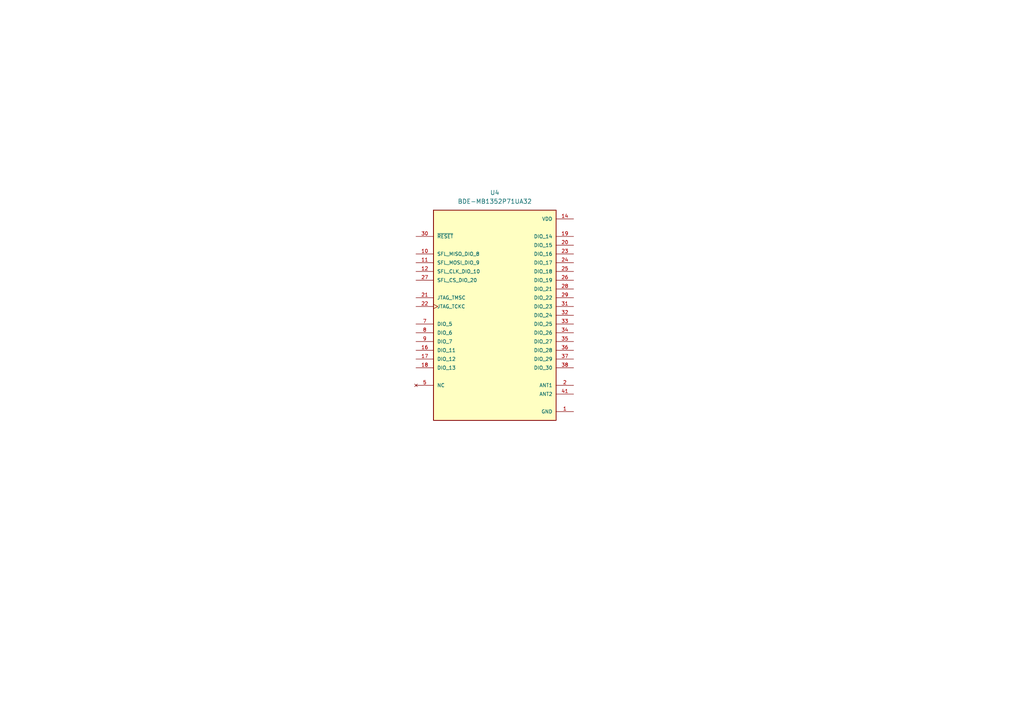
<source format=kicad_sch>
(kicad_sch
	(version 20250114)
	(generator "eeschema")
	(generator_version "9.0")
	(uuid "6a7ba9a7-3ca6-4dd0-9e27-51843c75f5e4")
	(paper "A4")
	(lib_symbols
		(symbol "BDE-MB1352P71UA32:BDE-MB1352P71UA32"
			(pin_names
				(offset 1.016)
			)
			(exclude_from_sim no)
			(in_bom yes)
			(on_board yes)
			(property "Reference" "U"
				(at -17.78 31.242 0)
				(effects
					(font
						(size 1.27 1.27)
					)
					(justify left bottom)
				)
			)
			(property "Value" "BDE-MB1352P71UA32"
				(at -17.78 -33.02 0)
				(effects
					(font
						(size 1.27 1.27)
					)
					(justify left bottom)
				)
			)
			(property "Footprint" "BDE-MB1352P71UA32:XCVR_BDE-MB1352P71UA32"
				(at 0 0 0)
				(effects
					(font
						(size 1.27 1.27)
					)
					(justify bottom)
					(hide yes)
				)
			)
			(property "Datasheet" ""
				(at 0 0 0)
				(effects
					(font
						(size 1.27 1.27)
					)
					(hide yes)
				)
			)
			(property "Description" ""
				(at 0 0 0)
				(effects
					(font
						(size 1.27 1.27)
					)
					(hide yes)
				)
			)
			(property "MF" "BDE Technology"
				(at 0 0 0)
				(effects
					(font
						(size 1.27 1.27)
					)
					(justify bottom)
					(hide yes)
				)
			)
			(property "MAXIMUM_PACKAGE_HEIGHT" "2.25mm"
				(at 0 0 0)
				(effects
					(font
						(size 1.27 1.27)
					)
					(justify bottom)
					(hide yes)
				)
			)
			(property "CREATOR" "ASHISH"
				(at 0 0 0)
				(effects
					(font
						(size 1.27 1.27)
					)
					(justify bottom)
					(hide yes)
				)
			)
			(property "Price" "None"
				(at 0 0 0)
				(effects
					(font
						(size 1.27 1.27)
					)
					(justify bottom)
					(hide yes)
				)
			)
			(property "Package" "None"
				(at 0 0 0)
				(effects
					(font
						(size 1.27 1.27)
					)
					(justify bottom)
					(hide yes)
				)
			)
			(property "Check_prices" "https://www.snapeda.com/parts/BDE-MB1352P71UA32/BDE+Technology/view-part/?ref=eda"
				(at 0 0 0)
				(effects
					(font
						(size 1.27 1.27)
					)
					(justify bottom)
					(hide yes)
				)
			)
			(property "DUPLICATE" "BDE-MB1352P72NN32 BDE-MB1352P72UU32 BDE-MB1354P102NN32 BDE-MB1354P102UU32"
				(at 0 0 0)
				(effects
					(font
						(size 1.27 1.27)
					)
					(justify bottom)
					(hide yes)
				)
			)
			(property "STANDARD" "Manufacturer Recommendations"
				(at 0 0 0)
				(effects
					(font
						(size 1.27 1.27)
					)
					(justify bottom)
					(hide yes)
				)
			)
			(property "PARTREV" "V1.1"
				(at 0 0 0)
				(effects
					(font
						(size 1.27 1.27)
					)
					(justify bottom)
					(hide yes)
				)
			)
			(property "VERIFIER" ""
				(at 0 0 0)
				(effects
					(font
						(size 1.27 1.27)
					)
					(justify bottom)
					(hide yes)
				)
			)
			(property "SnapEDA_Link" "https://www.snapeda.com/parts/BDE-MB1352P71UA32/BDE+Technology/view-part/?ref=snap"
				(at 0 0 0)
				(effects
					(font
						(size 1.27 1.27)
					)
					(justify bottom)
					(hide yes)
				)
			)
			(property "MP" "BDE-MB1352P71UA32"
				(at 0 0 0)
				(effects
					(font
						(size 1.27 1.27)
					)
					(justify bottom)
					(hide yes)
				)
			)
			(property "Description_1" "802.15.4, Bluetooth, General ISM > 1GHz 6LoWPAN, Bluetooth v5.0, Thread, Wireless M-Bus, Wi-SUN, Zigbee® Transceiver Module 861MHz ~ 1.054GHz, 2.36GHz ~ 2.5GHz PCB Trace, Antenna Not Included, U.FL Surface Mount"
				(at 0 0 0)
				(effects
					(font
						(size 1.27 1.27)
					)
					(justify bottom)
					(hide yes)
				)
			)
			(property "Availability" "In Stock"
				(at 0 0 0)
				(effects
					(font
						(size 1.27 1.27)
					)
					(justify bottom)
					(hide yes)
				)
			)
			(property "MANUFACTURER" "BDE Technology"
				(at 0 0 0)
				(effects
					(font
						(size 1.27 1.27)
					)
					(justify bottom)
					(hide yes)
				)
			)
			(symbol "BDE-MB1352P71UA32_0_0"
				(rectangle
					(start -17.78 -30.48)
					(end 17.78 30.48)
					(stroke
						(width 0.254)
						(type default)
					)
					(fill
						(type background)
					)
				)
				(pin input line
					(at -22.86 22.86 0)
					(length 5.08)
					(name "~{RESET}"
						(effects
							(font
								(size 1.016 1.016)
							)
						)
					)
					(number "30"
						(effects
							(font
								(size 1.016 1.016)
							)
						)
					)
				)
				(pin bidirectional line
					(at -22.86 17.78 0)
					(length 5.08)
					(name "SFL_MISO_DIO_8"
						(effects
							(font
								(size 1.016 1.016)
							)
						)
					)
					(number "10"
						(effects
							(font
								(size 1.016 1.016)
							)
						)
					)
				)
				(pin bidirectional line
					(at -22.86 15.24 0)
					(length 5.08)
					(name "SFL_MOSI_DIO_9"
						(effects
							(font
								(size 1.016 1.016)
							)
						)
					)
					(number "11"
						(effects
							(font
								(size 1.016 1.016)
							)
						)
					)
				)
				(pin bidirectional line
					(at -22.86 12.7 0)
					(length 5.08)
					(name "SFL_CLK_DIO_10"
						(effects
							(font
								(size 1.016 1.016)
							)
						)
					)
					(number "12"
						(effects
							(font
								(size 1.016 1.016)
							)
						)
					)
				)
				(pin bidirectional line
					(at -22.86 10.16 0)
					(length 5.08)
					(name "SFL_CS_DIO_20"
						(effects
							(font
								(size 1.016 1.016)
							)
						)
					)
					(number "27"
						(effects
							(font
								(size 1.016 1.016)
							)
						)
					)
				)
				(pin bidirectional line
					(at -22.86 5.08 0)
					(length 5.08)
					(name "JTAG_TMSC"
						(effects
							(font
								(size 1.016 1.016)
							)
						)
					)
					(number "21"
						(effects
							(font
								(size 1.016 1.016)
							)
						)
					)
				)
				(pin input clock
					(at -22.86 2.54 0)
					(length 5.08)
					(name "JTAG_TCKC"
						(effects
							(font
								(size 1.016 1.016)
							)
						)
					)
					(number "22"
						(effects
							(font
								(size 1.016 1.016)
							)
						)
					)
				)
				(pin bidirectional line
					(at -22.86 -2.54 0)
					(length 5.08)
					(name "DIO_5"
						(effects
							(font
								(size 1.016 1.016)
							)
						)
					)
					(number "7"
						(effects
							(font
								(size 1.016 1.016)
							)
						)
					)
				)
				(pin bidirectional line
					(at -22.86 -5.08 0)
					(length 5.08)
					(name "DIO_6"
						(effects
							(font
								(size 1.016 1.016)
							)
						)
					)
					(number "8"
						(effects
							(font
								(size 1.016 1.016)
							)
						)
					)
				)
				(pin bidirectional line
					(at -22.86 -7.62 0)
					(length 5.08)
					(name "DIO_7"
						(effects
							(font
								(size 1.016 1.016)
							)
						)
					)
					(number "9"
						(effects
							(font
								(size 1.016 1.016)
							)
						)
					)
				)
				(pin bidirectional line
					(at -22.86 -10.16 0)
					(length 5.08)
					(name "DIO_11"
						(effects
							(font
								(size 1.016 1.016)
							)
						)
					)
					(number "16"
						(effects
							(font
								(size 1.016 1.016)
							)
						)
					)
				)
				(pin bidirectional line
					(at -22.86 -12.7 0)
					(length 5.08)
					(name "DIO_12"
						(effects
							(font
								(size 1.016 1.016)
							)
						)
					)
					(number "17"
						(effects
							(font
								(size 1.016 1.016)
							)
						)
					)
				)
				(pin bidirectional line
					(at -22.86 -15.24 0)
					(length 5.08)
					(name "DIO_13"
						(effects
							(font
								(size 1.016 1.016)
							)
						)
					)
					(number "18"
						(effects
							(font
								(size 1.016 1.016)
							)
						)
					)
				)
				(pin no_connect line
					(at -22.86 -20.32 0)
					(length 5.08)
					(name "NC"
						(effects
							(font
								(size 1.016 1.016)
							)
						)
					)
					(number "5"
						(effects
							(font
								(size 1.016 1.016)
							)
						)
					)
				)
				(pin no_connect line
					(at -22.86 -20.32 0)
					(length 5.08)
					(hide yes)
					(name "NC"
						(effects
							(font
								(size 1.016 1.016)
							)
						)
					)
					(number "6"
						(effects
							(font
								(size 1.016 1.016)
							)
						)
					)
				)
				(pin power_in line
					(at 22.86 27.94 180)
					(length 5.08)
					(name "VDD"
						(effects
							(font
								(size 1.016 1.016)
							)
						)
					)
					(number "14"
						(effects
							(font
								(size 1.016 1.016)
							)
						)
					)
				)
				(pin power_in line
					(at 22.86 27.94 180)
					(length 5.08)
					(hide yes)
					(name "VDD"
						(effects
							(font
								(size 1.016 1.016)
							)
						)
					)
					(number "15"
						(effects
							(font
								(size 1.016 1.016)
							)
						)
					)
				)
				(pin bidirectional line
					(at 22.86 22.86 180)
					(length 5.08)
					(name "DIO_14"
						(effects
							(font
								(size 1.016 1.016)
							)
						)
					)
					(number "19"
						(effects
							(font
								(size 1.016 1.016)
							)
						)
					)
				)
				(pin bidirectional line
					(at 22.86 20.32 180)
					(length 5.08)
					(name "DIO_15"
						(effects
							(font
								(size 1.016 1.016)
							)
						)
					)
					(number "20"
						(effects
							(font
								(size 1.016 1.016)
							)
						)
					)
				)
				(pin bidirectional line
					(at 22.86 17.78 180)
					(length 5.08)
					(name "DIO_16"
						(effects
							(font
								(size 1.016 1.016)
							)
						)
					)
					(number "23"
						(effects
							(font
								(size 1.016 1.016)
							)
						)
					)
				)
				(pin bidirectional line
					(at 22.86 15.24 180)
					(length 5.08)
					(name "DIO_17"
						(effects
							(font
								(size 1.016 1.016)
							)
						)
					)
					(number "24"
						(effects
							(font
								(size 1.016 1.016)
							)
						)
					)
				)
				(pin bidirectional line
					(at 22.86 12.7 180)
					(length 5.08)
					(name "DIO_18"
						(effects
							(font
								(size 1.016 1.016)
							)
						)
					)
					(number "25"
						(effects
							(font
								(size 1.016 1.016)
							)
						)
					)
				)
				(pin bidirectional line
					(at 22.86 10.16 180)
					(length 5.08)
					(name "DIO_19"
						(effects
							(font
								(size 1.016 1.016)
							)
						)
					)
					(number "26"
						(effects
							(font
								(size 1.016 1.016)
							)
						)
					)
				)
				(pin bidirectional line
					(at 22.86 7.62 180)
					(length 5.08)
					(name "DIO_21"
						(effects
							(font
								(size 1.016 1.016)
							)
						)
					)
					(number "28"
						(effects
							(font
								(size 1.016 1.016)
							)
						)
					)
				)
				(pin bidirectional line
					(at 22.86 5.08 180)
					(length 5.08)
					(name "DIO_22"
						(effects
							(font
								(size 1.016 1.016)
							)
						)
					)
					(number "29"
						(effects
							(font
								(size 1.016 1.016)
							)
						)
					)
				)
				(pin bidirectional line
					(at 22.86 2.54 180)
					(length 5.08)
					(name "DIO_23"
						(effects
							(font
								(size 1.016 1.016)
							)
						)
					)
					(number "31"
						(effects
							(font
								(size 1.016 1.016)
							)
						)
					)
				)
				(pin bidirectional line
					(at 22.86 0 180)
					(length 5.08)
					(name "DIO_24"
						(effects
							(font
								(size 1.016 1.016)
							)
						)
					)
					(number "32"
						(effects
							(font
								(size 1.016 1.016)
							)
						)
					)
				)
				(pin bidirectional line
					(at 22.86 -2.54 180)
					(length 5.08)
					(name "DIO_25"
						(effects
							(font
								(size 1.016 1.016)
							)
						)
					)
					(number "33"
						(effects
							(font
								(size 1.016 1.016)
							)
						)
					)
				)
				(pin bidirectional line
					(at 22.86 -5.08 180)
					(length 5.08)
					(name "DIO_26"
						(effects
							(font
								(size 1.016 1.016)
							)
						)
					)
					(number "34"
						(effects
							(font
								(size 1.016 1.016)
							)
						)
					)
				)
				(pin bidirectional line
					(at 22.86 -7.62 180)
					(length 5.08)
					(name "DIO_27"
						(effects
							(font
								(size 1.016 1.016)
							)
						)
					)
					(number "35"
						(effects
							(font
								(size 1.016 1.016)
							)
						)
					)
				)
				(pin bidirectional line
					(at 22.86 -10.16 180)
					(length 5.08)
					(name "DIO_28"
						(effects
							(font
								(size 1.016 1.016)
							)
						)
					)
					(number "36"
						(effects
							(font
								(size 1.016 1.016)
							)
						)
					)
				)
				(pin bidirectional line
					(at 22.86 -12.7 180)
					(length 5.08)
					(name "DIO_29"
						(effects
							(font
								(size 1.016 1.016)
							)
						)
					)
					(number "37"
						(effects
							(font
								(size 1.016 1.016)
							)
						)
					)
				)
				(pin bidirectional line
					(at 22.86 -15.24 180)
					(length 5.08)
					(name "DIO_30"
						(effects
							(font
								(size 1.016 1.016)
							)
						)
					)
					(number "38"
						(effects
							(font
								(size 1.016 1.016)
							)
						)
					)
				)
				(pin bidirectional line
					(at 22.86 -20.32 180)
					(length 5.08)
					(name "ANT1"
						(effects
							(font
								(size 1.016 1.016)
							)
						)
					)
					(number "2"
						(effects
							(font
								(size 1.016 1.016)
							)
						)
					)
				)
				(pin bidirectional line
					(at 22.86 -22.86 180)
					(length 5.08)
					(name "ANT2"
						(effects
							(font
								(size 1.016 1.016)
							)
						)
					)
					(number "41"
						(effects
							(font
								(size 1.016 1.016)
							)
						)
					)
				)
				(pin power_in line
					(at 22.86 -27.94 180)
					(length 5.08)
					(name "GND"
						(effects
							(font
								(size 1.016 1.016)
							)
						)
					)
					(number "1"
						(effects
							(font
								(size 1.016 1.016)
							)
						)
					)
				)
				(pin power_in line
					(at 22.86 -27.94 180)
					(length 5.08)
					(hide yes)
					(name "GND"
						(effects
							(font
								(size 1.016 1.016)
							)
						)
					)
					(number "13"
						(effects
							(font
								(size 1.016 1.016)
							)
						)
					)
				)
				(pin power_in line
					(at 22.86 -27.94 180)
					(length 5.08)
					(hide yes)
					(name "GND"
						(effects
							(font
								(size 1.016 1.016)
							)
						)
					)
					(number "3"
						(effects
							(font
								(size 1.016 1.016)
							)
						)
					)
				)
				(pin power_in line
					(at 22.86 -27.94 180)
					(length 5.08)
					(hide yes)
					(name "GND"
						(effects
							(font
								(size 1.016 1.016)
							)
						)
					)
					(number "39"
						(effects
							(font
								(size 1.016 1.016)
							)
						)
					)
				)
				(pin power_in line
					(at 22.86 -27.94 180)
					(length 5.08)
					(hide yes)
					(name "GND"
						(effects
							(font
								(size 1.016 1.016)
							)
						)
					)
					(number "4"
						(effects
							(font
								(size 1.016 1.016)
							)
						)
					)
				)
				(pin power_in line
					(at 22.86 -27.94 180)
					(length 5.08)
					(hide yes)
					(name "GND"
						(effects
							(font
								(size 1.016 1.016)
							)
						)
					)
					(number "40"
						(effects
							(font
								(size 1.016 1.016)
							)
						)
					)
				)
				(pin power_in line
					(at 22.86 -27.94 180)
					(length 5.08)
					(hide yes)
					(name "GND"
						(effects
							(font
								(size 1.016 1.016)
							)
						)
					)
					(number "42"
						(effects
							(font
								(size 1.016 1.016)
							)
						)
					)
				)
			)
			(embedded_fonts no)
		)
	)
	(symbol
		(lib_id "BDE-MB1352P71UA32:BDE-MB1352P71UA32")
		(at 143.51 91.44 0)
		(unit 1)
		(exclude_from_sim no)
		(in_bom yes)
		(on_board yes)
		(dnp no)
		(fields_autoplaced yes)
		(uuid "6e5703c4-52dd-4313-93a2-484e4f2d559f")
		(property "Reference" "U4"
			(at 143.51 55.88 0)
			(effects
				(font
					(size 1.27 1.27)
				)
			)
		)
		(property "Value" "BDE-MB1352P71UA32"
			(at 143.51 58.42 0)
			(effects
				(font
					(size 1.27 1.27)
				)
			)
		)
		(property "Footprint" "BDE-MB1352P71UA32:XCVR_BDE-MB1352P71UA32"
			(at 143.51 91.44 0)
			(effects
				(font
					(size 1.27 1.27)
				)
				(justify bottom)
				(hide yes)
			)
		)
		(property "Datasheet" ""
			(at 143.51 91.44 0)
			(effects
				(font
					(size 1.27 1.27)
				)
				(hide yes)
			)
		)
		(property "Description" ""
			(at 143.51 91.44 0)
			(effects
				(font
					(size 1.27 1.27)
				)
				(hide yes)
			)
		)
		(property "MF" "BDE Technology"
			(at 143.51 91.44 0)
			(effects
				(font
					(size 1.27 1.27)
				)
				(justify bottom)
				(hide yes)
			)
		)
		(property "MAXIMUM_PACKAGE_HEIGHT" "2.25mm"
			(at 143.51 91.44 0)
			(effects
				(font
					(size 1.27 1.27)
				)
				(justify bottom)
				(hide yes)
			)
		)
		(property "CREATOR" "ASHISH"
			(at 143.51 91.44 0)
			(effects
				(font
					(size 1.27 1.27)
				)
				(justify bottom)
				(hide yes)
			)
		)
		(property "Price" "None"
			(at 143.51 91.44 0)
			(effects
				(font
					(size 1.27 1.27)
				)
				(justify bottom)
				(hide yes)
			)
		)
		(property "Package" "None"
			(at 143.51 91.44 0)
			(effects
				(font
					(size 1.27 1.27)
				)
				(justify bottom)
				(hide yes)
			)
		)
		(property "Check_prices" "https://www.snapeda.com/parts/BDE-MB1352P71UA32/BDE+Technology/view-part/?ref=eda"
			(at 143.51 91.44 0)
			(effects
				(font
					(size 1.27 1.27)
				)
				(justify bottom)
				(hide yes)
			)
		)
		(property "DUPLICATE" "BDE-MB1352P72NN32 BDE-MB1352P72UU32 BDE-MB1354P102NN32 BDE-MB1354P102UU32"
			(at 143.51 91.44 0)
			(effects
				(font
					(size 1.27 1.27)
				)
				(justify bottom)
				(hide yes)
			)
		)
		(property "STANDARD" "Manufacturer Recommendations"
			(at 143.51 91.44 0)
			(effects
				(font
					(size 1.27 1.27)
				)
				(justify bottom)
				(hide yes)
			)
		)
		(property "PARTREV" "V1.1"
			(at 143.51 91.44 0)
			(effects
				(font
					(size 1.27 1.27)
				)
				(justify bottom)
				(hide yes)
			)
		)
		(property "VERIFIER" ""
			(at 143.51 91.44 0)
			(effects
				(font
					(size 1.27 1.27)
				)
				(justify bottom)
				(hide yes)
			)
		)
		(property "SnapEDA_Link" "https://www.snapeda.com/parts/BDE-MB1352P71UA32/BDE+Technology/view-part/?ref=snap"
			(at 143.51 91.44 0)
			(effects
				(font
					(size 1.27 1.27)
				)
				(justify bottom)
				(hide yes)
			)
		)
		(property "MP" "BDE-MB1352P71UA32"
			(at 143.51 91.44 0)
			(effects
				(font
					(size 1.27 1.27)
				)
				(justify bottom)
				(hide yes)
			)
		)
		(property "Description_1" "802.15.4, Bluetooth, General ISM > 1GHz 6LoWPAN, Bluetooth v5.0, Thread, Wireless M-Bus, Wi-SUN, Zigbee® Transceiver Module 861MHz ~ 1.054GHz, 2.36GHz ~ 2.5GHz PCB Trace, Antenna Not Included, U.FL Surface Mount"
			(at 143.51 91.44 0)
			(effects
				(font
					(size 1.27 1.27)
				)
				(justify bottom)
				(hide yes)
			)
		)
		(property "Availability" "In Stock"
			(at 143.51 91.44 0)
			(effects
				(font
					(size 1.27 1.27)
				)
				(justify bottom)
				(hide yes)
			)
		)
		(property "MANUFACTURER" "BDE Technology"
			(at 143.51 91.44 0)
			(effects
				(font
					(size 1.27 1.27)
				)
				(justify bottom)
				(hide yes)
			)
		)
		(pin "10"
			(uuid "91647dc2-5186-4291-bc9a-161570e48013")
		)
		(pin "12"
			(uuid "62ef0b42-3357-4ccf-a915-05eef66bf975")
		)
		(pin "11"
			(uuid "fa213ef9-116d-433a-8341-3ecefb5db9b4")
		)
		(pin "27"
			(uuid "328283b0-7f3b-49aa-9849-de1412b859c8")
		)
		(pin "21"
			(uuid "14e994e1-bd6d-4af9-9706-0542724526c0")
		)
		(pin "30"
			(uuid "4d1c759d-6661-43f0-ab09-e08818ea8f64")
		)
		(pin "32"
			(uuid "9ea382ad-e09e-4e80-a395-f2c1247c7167")
		)
		(pin "24"
			(uuid "b5630feb-cab9-432f-8880-1c24a595f96d")
		)
		(pin "26"
			(uuid "61076334-0e02-48d1-80eb-0172ea7f5df4")
		)
		(pin "31"
			(uuid "71d9b56d-cbc5-498b-a29a-2e15978fed3f")
		)
		(pin "33"
			(uuid "5cdb2de6-3c4f-4b73-9f1e-7ef0f3228038")
		)
		(pin "34"
			(uuid "4bdc1a4a-0fad-4daa-b6a5-dc31a2dd8053")
		)
		(pin "35"
			(uuid "8fcbda75-d333-4315-9b7e-85057c792c35")
		)
		(pin "20"
			(uuid "7e5b106a-17c5-4a3c-8994-79458a76e13e")
		)
		(pin "28"
			(uuid "74530216-264c-4eb2-9df2-40f81efd08eb")
		)
		(pin "29"
			(uuid "738a16b1-64a1-43c7-8e80-ae2c39608634")
		)
		(pin "23"
			(uuid "830a6459-0f7b-436a-bd01-cb523a3a1ab4")
		)
		(pin "25"
			(uuid "0c26b9c3-00b4-4821-abdb-59fec65deec0")
		)
		(pin "7"
			(uuid "7b1cba47-ffe9-49fd-bf49-62073ca1935f")
		)
		(pin "8"
			(uuid "7ab8905b-9595-45dd-9401-09e4dec3a7d0")
		)
		(pin "16"
			(uuid "a7fbb497-5be9-44f6-9a5b-9183a4bc5a34")
		)
		(pin "17"
			(uuid "cc6fb8e0-de61-4b26-9cce-41fdb4d5ac8f")
		)
		(pin "18"
			(uuid "0fcc1999-c6ab-4ba0-ab16-05bfc903d2f8")
		)
		(pin "22"
			(uuid "6b991b68-38e5-42c6-bbf8-d4dbcbfb36ab")
		)
		(pin "5"
			(uuid "e1ea19ea-27d9-4308-bd0a-346541dd2448")
		)
		(pin "6"
			(uuid "0f337de5-0c6c-4a91-a943-166d3e5b516c")
		)
		(pin "14"
			(uuid "5f29851d-c401-4b40-b66c-27520e5ffd91")
		)
		(pin "15"
			(uuid "45d43659-05d0-4280-bdec-8dda5d52d083")
		)
		(pin "19"
			(uuid "4b930b47-4167-48fb-9998-55a474fd1ecf")
		)
		(pin "9"
			(uuid "8ea35430-423b-4af2-9dd6-d9e2d064d73e")
		)
		(pin "3"
			(uuid "169ce674-3c7f-4a4b-8081-3e0bd4da1231")
		)
		(pin "2"
			(uuid "441f5b3f-f34e-4931-aa5f-5d59b7881497")
		)
		(pin "39"
			(uuid "2d7fdcae-3b62-40d5-86bf-cab0656737fb")
		)
		(pin "1"
			(uuid "08deb617-5aea-4b89-ba2e-7deb93711c0e")
		)
		(pin "4"
			(uuid "d9893fb2-cfe7-4616-95fa-5b29c326e8d6")
		)
		(pin "40"
			(uuid "02b17561-23a6-47b2-922c-2cb61738e717")
		)
		(pin "42"
			(uuid "0c02d9d5-0503-4a6d-a157-b7de8853e711")
		)
		(pin "38"
			(uuid "d4f96c8e-3707-426d-80ff-82989b0d256f")
		)
		(pin "36"
			(uuid "78983b5a-db3a-4267-8985-836c659ff314")
		)
		(pin "13"
			(uuid "ffa220ab-900b-421a-a6bb-f9ea081920a9")
		)
		(pin "37"
			(uuid "ab65c1af-b6ac-42d2-80be-a67f236ffe2a")
		)
		(pin "41"
			(uuid "0308bb1b-3630-4b57-a6d1-57e2179b2caf")
		)
		(instances
			(project ""
				(path "/8f5928e8-0fc1-4443-a20f-3bfeb956761e/83b87c80-c907-4236-8a27-5b0746d372a7"
					(reference "U4")
					(unit 1)
				)
			)
		)
	)
)

</source>
